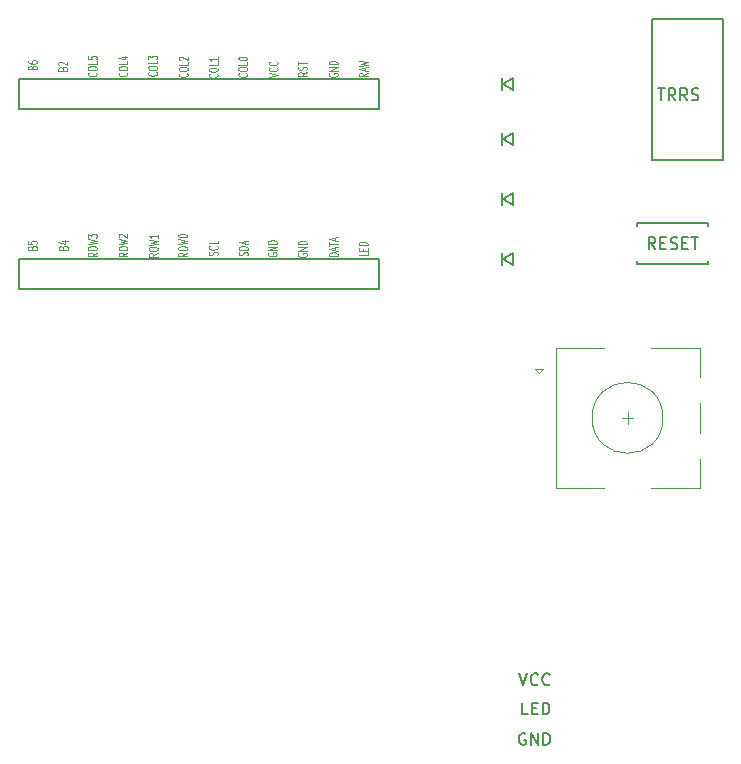
<source format=gto>
G04 #@! TF.GenerationSoftware,KiCad,Pcbnew,5.1.5+dfsg1-2build2*
G04 #@! TF.CreationDate,2021-09-26T21:55:54+09:00*
G04 #@! TF.ProjectId,kbtest,6b627465-7374-42e6-9b69-6361645f7063,rev?*
G04 #@! TF.SameCoordinates,Original*
G04 #@! TF.FileFunction,Legend,Top*
G04 #@! TF.FilePolarity,Positive*
%FSLAX46Y46*%
G04 Gerber Fmt 4.6, Leading zero omitted, Abs format (unit mm)*
G04 Created by KiCad (PCBNEW 5.1.5+dfsg1-2build2) date 2021-09-26 21:55:54*
%MOMM*%
%LPD*%
G04 APERTURE LIST*
%ADD10C,0.150000*%
%ADD11C,0.120000*%
%ADD12C,0.125000*%
G04 APERTURE END LIST*
D10*
X73260000Y-44908500D02*
X74160000Y-44408500D01*
X74160000Y-44408500D02*
X74160000Y-45408500D01*
X74160000Y-45408500D02*
X73260000Y-44908500D01*
X73160000Y-44408500D02*
X73160000Y-45408500D01*
X73160000Y-54110000D02*
X73160000Y-55110000D01*
X74160000Y-55110000D02*
X73260000Y-54610000D01*
X74160000Y-54110000D02*
X74160000Y-55110000D01*
X73260000Y-54610000D02*
X74160000Y-54110000D01*
X73260000Y-49530000D02*
X74160000Y-49030000D01*
X74160000Y-49030000D02*
X74160000Y-50030000D01*
X74160000Y-50030000D02*
X73260000Y-49530000D01*
X73160000Y-49030000D02*
X73160000Y-50030000D01*
X73160000Y-59190000D02*
X73160000Y-60190000D01*
X74160000Y-60190000D02*
X73260000Y-59690000D01*
X74160000Y-59190000D02*
X74160000Y-60190000D01*
X73260000Y-59690000D02*
X74160000Y-59190000D01*
X85900000Y-39370000D02*
X91900000Y-39370000D01*
X91900000Y-39370000D02*
X91900000Y-51370000D01*
X91900000Y-51370000D02*
X85900000Y-51370000D01*
X85900000Y-51370000D02*
X85900000Y-39370000D01*
X84630000Y-60170000D02*
X90630000Y-60170000D01*
X90630000Y-60170000D02*
X90630000Y-59920000D01*
X84630000Y-60170000D02*
X84630000Y-59920000D01*
X84630000Y-56670000D02*
X84630000Y-56920000D01*
X84630000Y-56670000D02*
X90630000Y-56670000D01*
X90630000Y-56670000D02*
X90630000Y-56920000D01*
D11*
X86820000Y-73165000D02*
G75*
G03X86820000Y-73165000I-3000000J0D01*
G01*
X85820000Y-67265000D02*
X89920000Y-67265000D01*
X89920000Y-79065000D02*
X85820000Y-79065000D01*
X81820000Y-79065000D02*
X77720000Y-79065000D01*
X81820000Y-67265000D02*
X77720000Y-67265000D01*
X77720000Y-67265000D02*
X77720000Y-79065000D01*
X76320000Y-69365000D02*
X76020000Y-69065000D01*
X76020000Y-69065000D02*
X76620000Y-69065000D01*
X76620000Y-69065000D02*
X76320000Y-69365000D01*
X89920000Y-67265000D02*
X89920000Y-69665000D01*
X89920000Y-71865000D02*
X89920000Y-74465000D01*
X89920000Y-76665000D02*
X89920000Y-79065000D01*
X83820000Y-72665000D02*
X83820000Y-73665000D01*
X83320000Y-73165000D02*
X84320000Y-73165000D01*
D10*
X32258000Y-59726400D02*
X62738000Y-59726400D01*
X32258000Y-62266400D02*
X32258000Y-59726400D01*
X62738000Y-62266400D02*
X32258000Y-62266400D01*
X62738000Y-59726400D02*
X62738000Y-62266400D01*
X32258000Y-44506400D02*
X62738000Y-44506400D01*
X32258000Y-47046400D02*
X32258000Y-44506400D01*
X62738000Y-47046400D02*
X32258000Y-47046400D01*
X62738000Y-44506400D02*
X62738000Y-47046400D01*
X86388095Y-45272380D02*
X86959523Y-45272380D01*
X86673809Y-46272380D02*
X86673809Y-45272380D01*
X87864285Y-46272380D02*
X87530952Y-45796190D01*
X87292857Y-46272380D02*
X87292857Y-45272380D01*
X87673809Y-45272380D01*
X87769047Y-45320000D01*
X87816666Y-45367619D01*
X87864285Y-45462857D01*
X87864285Y-45605714D01*
X87816666Y-45700952D01*
X87769047Y-45748571D01*
X87673809Y-45796190D01*
X87292857Y-45796190D01*
X88864285Y-46272380D02*
X88530952Y-45796190D01*
X88292857Y-46272380D02*
X88292857Y-45272380D01*
X88673809Y-45272380D01*
X88769047Y-45320000D01*
X88816666Y-45367619D01*
X88864285Y-45462857D01*
X88864285Y-45605714D01*
X88816666Y-45700952D01*
X88769047Y-45748571D01*
X88673809Y-45796190D01*
X88292857Y-45796190D01*
X89245238Y-46224761D02*
X89388095Y-46272380D01*
X89626190Y-46272380D01*
X89721428Y-46224761D01*
X89769047Y-46177142D01*
X89816666Y-46081904D01*
X89816666Y-45986666D01*
X89769047Y-45891428D01*
X89721428Y-45843809D01*
X89626190Y-45796190D01*
X89435714Y-45748571D01*
X89340476Y-45700952D01*
X89292857Y-45653333D01*
X89245238Y-45558095D01*
X89245238Y-45462857D01*
X89292857Y-45367619D01*
X89340476Y-45320000D01*
X89435714Y-45272380D01*
X89673809Y-45272380D01*
X89816666Y-45320000D01*
X74656666Y-94802380D02*
X74990000Y-95802380D01*
X75323333Y-94802380D01*
X76228095Y-95707142D02*
X76180476Y-95754761D01*
X76037619Y-95802380D01*
X75942380Y-95802380D01*
X75799523Y-95754761D01*
X75704285Y-95659523D01*
X75656666Y-95564285D01*
X75609047Y-95373809D01*
X75609047Y-95230952D01*
X75656666Y-95040476D01*
X75704285Y-94945238D01*
X75799523Y-94850000D01*
X75942380Y-94802380D01*
X76037619Y-94802380D01*
X76180476Y-94850000D01*
X76228095Y-94897619D01*
X77228095Y-95707142D02*
X77180476Y-95754761D01*
X77037619Y-95802380D01*
X76942380Y-95802380D01*
X76799523Y-95754761D01*
X76704285Y-95659523D01*
X76656666Y-95564285D01*
X76609047Y-95373809D01*
X76609047Y-95230952D01*
X76656666Y-95040476D01*
X76704285Y-94945238D01*
X76799523Y-94850000D01*
X76942380Y-94802380D01*
X77037619Y-94802380D01*
X77180476Y-94850000D01*
X77228095Y-94897619D01*
X75387142Y-98262380D02*
X74910952Y-98262380D01*
X74910952Y-97262380D01*
X75720476Y-97738571D02*
X76053809Y-97738571D01*
X76196666Y-98262380D02*
X75720476Y-98262380D01*
X75720476Y-97262380D01*
X76196666Y-97262380D01*
X76625238Y-98262380D02*
X76625238Y-97262380D01*
X76863333Y-97262380D01*
X77006190Y-97310000D01*
X77101428Y-97405238D01*
X77149047Y-97500476D01*
X77196666Y-97690952D01*
X77196666Y-97833809D01*
X77149047Y-98024285D01*
X77101428Y-98119523D01*
X77006190Y-98214761D01*
X76863333Y-98262380D01*
X76625238Y-98262380D01*
X75178095Y-99900000D02*
X75082857Y-99852380D01*
X74940000Y-99852380D01*
X74797142Y-99900000D01*
X74701904Y-99995238D01*
X74654285Y-100090476D01*
X74606666Y-100280952D01*
X74606666Y-100423809D01*
X74654285Y-100614285D01*
X74701904Y-100709523D01*
X74797142Y-100804761D01*
X74940000Y-100852380D01*
X75035238Y-100852380D01*
X75178095Y-100804761D01*
X75225714Y-100757142D01*
X75225714Y-100423809D01*
X75035238Y-100423809D01*
X75654285Y-100852380D02*
X75654285Y-99852380D01*
X76225714Y-100852380D01*
X76225714Y-99852380D01*
X76701904Y-100852380D02*
X76701904Y-99852380D01*
X76940000Y-99852380D01*
X77082857Y-99900000D01*
X77178095Y-99995238D01*
X77225714Y-100090476D01*
X77273333Y-100280952D01*
X77273333Y-100423809D01*
X77225714Y-100614285D01*
X77178095Y-100709523D01*
X77082857Y-100804761D01*
X76940000Y-100852380D01*
X76701904Y-100852380D01*
X86177619Y-58872380D02*
X85844285Y-58396190D01*
X85606190Y-58872380D02*
X85606190Y-57872380D01*
X85987142Y-57872380D01*
X86082380Y-57920000D01*
X86130000Y-57967619D01*
X86177619Y-58062857D01*
X86177619Y-58205714D01*
X86130000Y-58300952D01*
X86082380Y-58348571D01*
X85987142Y-58396190D01*
X85606190Y-58396190D01*
X86606190Y-58348571D02*
X86939523Y-58348571D01*
X87082380Y-58872380D02*
X86606190Y-58872380D01*
X86606190Y-57872380D01*
X87082380Y-57872380D01*
X87463333Y-58824761D02*
X87606190Y-58872380D01*
X87844285Y-58872380D01*
X87939523Y-58824761D01*
X87987142Y-58777142D01*
X88034761Y-58681904D01*
X88034761Y-58586666D01*
X87987142Y-58491428D01*
X87939523Y-58443809D01*
X87844285Y-58396190D01*
X87653809Y-58348571D01*
X87558571Y-58300952D01*
X87510952Y-58253333D01*
X87463333Y-58158095D01*
X87463333Y-58062857D01*
X87510952Y-57967619D01*
X87558571Y-57920000D01*
X87653809Y-57872380D01*
X87891904Y-57872380D01*
X88034761Y-57920000D01*
X88463333Y-58348571D02*
X88796666Y-58348571D01*
X88939523Y-58872380D02*
X88463333Y-58872380D01*
X88463333Y-57872380D01*
X88939523Y-57872380D01*
X89225238Y-57872380D02*
X89796666Y-57872380D01*
X89510952Y-58872380D02*
X89510952Y-57872380D01*
D12*
X44027285Y-59220952D02*
X43670142Y-59387619D01*
X44027285Y-59506666D02*
X43277285Y-59506666D01*
X43277285Y-59316190D01*
X43313000Y-59268571D01*
X43348714Y-59244761D01*
X43420142Y-59220952D01*
X43527285Y-59220952D01*
X43598714Y-59244761D01*
X43634428Y-59268571D01*
X43670142Y-59316190D01*
X43670142Y-59506666D01*
X43277285Y-58911428D02*
X43277285Y-58816190D01*
X43313000Y-58768571D01*
X43384428Y-58720952D01*
X43527285Y-58697142D01*
X43777285Y-58697142D01*
X43920142Y-58720952D01*
X43991571Y-58768571D01*
X44027285Y-58816190D01*
X44027285Y-58911428D01*
X43991571Y-58959047D01*
X43920142Y-59006666D01*
X43777285Y-59030476D01*
X43527285Y-59030476D01*
X43384428Y-59006666D01*
X43313000Y-58959047D01*
X43277285Y-58911428D01*
X43277285Y-58530476D02*
X44027285Y-58411428D01*
X43491571Y-58316190D01*
X44027285Y-58220952D01*
X43277285Y-58101904D01*
X44027285Y-57649523D02*
X44027285Y-57935238D01*
X44027285Y-57792380D02*
X43277285Y-57792380D01*
X43384428Y-57840000D01*
X43455857Y-57887619D01*
X43491571Y-57935238D01*
X41407857Y-43937619D02*
X41443571Y-43961428D01*
X41479285Y-44032857D01*
X41479285Y-44080476D01*
X41443571Y-44151904D01*
X41372142Y-44199523D01*
X41300714Y-44223333D01*
X41157857Y-44247142D01*
X41050714Y-44247142D01*
X40907857Y-44223333D01*
X40836428Y-44199523D01*
X40765000Y-44151904D01*
X40729285Y-44080476D01*
X40729285Y-44032857D01*
X40765000Y-43961428D01*
X40800714Y-43937619D01*
X40729285Y-43628095D02*
X40729285Y-43532857D01*
X40765000Y-43485238D01*
X40836428Y-43437619D01*
X40979285Y-43413809D01*
X41229285Y-43413809D01*
X41372142Y-43437619D01*
X41443571Y-43485238D01*
X41479285Y-43532857D01*
X41479285Y-43628095D01*
X41443571Y-43675714D01*
X41372142Y-43723333D01*
X41229285Y-43747142D01*
X40979285Y-43747142D01*
X40836428Y-43723333D01*
X40765000Y-43675714D01*
X40729285Y-43628095D01*
X41479285Y-42961428D02*
X41479285Y-43199523D01*
X40729285Y-43199523D01*
X40979285Y-42580476D02*
X41479285Y-42580476D01*
X40693571Y-42699523D02*
X41229285Y-42818571D01*
X41229285Y-42509047D01*
X41479285Y-59170952D02*
X41122142Y-59337619D01*
X41479285Y-59456666D02*
X40729285Y-59456666D01*
X40729285Y-59266190D01*
X40765000Y-59218571D01*
X40800714Y-59194761D01*
X40872142Y-59170952D01*
X40979285Y-59170952D01*
X41050714Y-59194761D01*
X41086428Y-59218571D01*
X41122142Y-59266190D01*
X41122142Y-59456666D01*
X40729285Y-58861428D02*
X40729285Y-58766190D01*
X40765000Y-58718571D01*
X40836428Y-58670952D01*
X40979285Y-58647142D01*
X41229285Y-58647142D01*
X41372142Y-58670952D01*
X41443571Y-58718571D01*
X41479285Y-58766190D01*
X41479285Y-58861428D01*
X41443571Y-58909047D01*
X41372142Y-58956666D01*
X41229285Y-58980476D01*
X40979285Y-58980476D01*
X40836428Y-58956666D01*
X40765000Y-58909047D01*
X40729285Y-58861428D01*
X40729285Y-58480476D02*
X41479285Y-58361428D01*
X40943571Y-58266190D01*
X41479285Y-58170952D01*
X40729285Y-58051904D01*
X40800714Y-57885238D02*
X40765000Y-57861428D01*
X40729285Y-57813809D01*
X40729285Y-57694761D01*
X40765000Y-57647142D01*
X40800714Y-57623333D01*
X40872142Y-57599523D01*
X40943571Y-57599523D01*
X41050714Y-57623333D01*
X41479285Y-57909047D01*
X41479285Y-57599523D01*
X38812357Y-43937619D02*
X38848071Y-43961428D01*
X38883785Y-44032857D01*
X38883785Y-44080476D01*
X38848071Y-44151904D01*
X38776642Y-44199523D01*
X38705214Y-44223333D01*
X38562357Y-44247142D01*
X38455214Y-44247142D01*
X38312357Y-44223333D01*
X38240928Y-44199523D01*
X38169500Y-44151904D01*
X38133785Y-44080476D01*
X38133785Y-44032857D01*
X38169500Y-43961428D01*
X38205214Y-43937619D01*
X38133785Y-43628095D02*
X38133785Y-43532857D01*
X38169500Y-43485238D01*
X38240928Y-43437619D01*
X38383785Y-43413809D01*
X38633785Y-43413809D01*
X38776642Y-43437619D01*
X38848071Y-43485238D01*
X38883785Y-43532857D01*
X38883785Y-43628095D01*
X38848071Y-43675714D01*
X38776642Y-43723333D01*
X38633785Y-43747142D01*
X38383785Y-43747142D01*
X38240928Y-43723333D01*
X38169500Y-43675714D01*
X38133785Y-43628095D01*
X38883785Y-42961428D02*
X38883785Y-43199523D01*
X38133785Y-43199523D01*
X38133785Y-42556666D02*
X38133785Y-42794761D01*
X38490928Y-42818571D01*
X38455214Y-42794761D01*
X38419500Y-42747142D01*
X38419500Y-42628095D01*
X38455214Y-42580476D01*
X38490928Y-42556666D01*
X38562357Y-42532857D01*
X38740928Y-42532857D01*
X38812357Y-42556666D01*
X38848071Y-42580476D01*
X38883785Y-42628095D01*
X38883785Y-42747142D01*
X38848071Y-42794761D01*
X38812357Y-42818571D01*
X38883785Y-59170952D02*
X38526642Y-59337619D01*
X38883785Y-59456666D02*
X38133785Y-59456666D01*
X38133785Y-59266190D01*
X38169500Y-59218571D01*
X38205214Y-59194761D01*
X38276642Y-59170952D01*
X38383785Y-59170952D01*
X38455214Y-59194761D01*
X38490928Y-59218571D01*
X38526642Y-59266190D01*
X38526642Y-59456666D01*
X38133785Y-58861428D02*
X38133785Y-58766190D01*
X38169500Y-58718571D01*
X38240928Y-58670952D01*
X38383785Y-58647142D01*
X38633785Y-58647142D01*
X38776642Y-58670952D01*
X38848071Y-58718571D01*
X38883785Y-58766190D01*
X38883785Y-58861428D01*
X38848071Y-58909047D01*
X38776642Y-58956666D01*
X38633785Y-58980476D01*
X38383785Y-58980476D01*
X38240928Y-58956666D01*
X38169500Y-58909047D01*
X38133785Y-58861428D01*
X38133785Y-58480476D02*
X38883785Y-58361428D01*
X38348071Y-58266190D01*
X38883785Y-58170952D01*
X38133785Y-58051904D01*
X38133785Y-57909047D02*
X38133785Y-57599523D01*
X38419500Y-57766190D01*
X38419500Y-57694761D01*
X38455214Y-57647142D01*
X38490928Y-57623333D01*
X38562357Y-57599523D01*
X38740928Y-57599523D01*
X38812357Y-57623333D01*
X38848071Y-57647142D01*
X38883785Y-57694761D01*
X38883785Y-57837619D01*
X38848071Y-57885238D01*
X38812357Y-57909047D01*
X35986428Y-43592380D02*
X36022142Y-43520952D01*
X36057857Y-43497142D01*
X36129285Y-43473333D01*
X36236428Y-43473333D01*
X36307857Y-43497142D01*
X36343571Y-43520952D01*
X36379285Y-43568571D01*
X36379285Y-43759047D01*
X35629285Y-43759047D01*
X35629285Y-43592380D01*
X35665000Y-43544761D01*
X35700714Y-43520952D01*
X35772142Y-43497142D01*
X35843571Y-43497142D01*
X35915000Y-43520952D01*
X35950714Y-43544761D01*
X35986428Y-43592380D01*
X35986428Y-43759047D01*
X35700714Y-43282857D02*
X35665000Y-43259047D01*
X35629285Y-43211428D01*
X35629285Y-43092380D01*
X35665000Y-43044761D01*
X35700714Y-43020952D01*
X35772142Y-42997142D01*
X35843571Y-42997142D01*
X35950714Y-43020952D01*
X36379285Y-43306666D01*
X36379285Y-42997142D01*
X36014428Y-58742380D02*
X36050142Y-58670952D01*
X36085857Y-58647142D01*
X36157285Y-58623333D01*
X36264428Y-58623333D01*
X36335857Y-58647142D01*
X36371571Y-58670952D01*
X36407285Y-58718571D01*
X36407285Y-58909047D01*
X35657285Y-58909047D01*
X35657285Y-58742380D01*
X35693000Y-58694761D01*
X35728714Y-58670952D01*
X35800142Y-58647142D01*
X35871571Y-58647142D01*
X35943000Y-58670952D01*
X35978714Y-58694761D01*
X36014428Y-58742380D01*
X36014428Y-58909047D01*
X35907285Y-58194761D02*
X36407285Y-58194761D01*
X35621571Y-58313809D02*
X36157285Y-58432857D01*
X36157285Y-58123333D01*
X33410928Y-58742380D02*
X33446642Y-58670952D01*
X33482357Y-58647142D01*
X33553785Y-58623333D01*
X33660928Y-58623333D01*
X33732357Y-58647142D01*
X33768071Y-58670952D01*
X33803785Y-58718571D01*
X33803785Y-58909047D01*
X33053785Y-58909047D01*
X33053785Y-58742380D01*
X33089500Y-58694761D01*
X33125214Y-58670952D01*
X33196642Y-58647142D01*
X33268071Y-58647142D01*
X33339500Y-58670952D01*
X33375214Y-58694761D01*
X33410928Y-58742380D01*
X33410928Y-58909047D01*
X33053785Y-58170952D02*
X33053785Y-58409047D01*
X33410928Y-58432857D01*
X33375214Y-58409047D01*
X33339500Y-58361428D01*
X33339500Y-58242380D01*
X33375214Y-58194761D01*
X33410928Y-58170952D01*
X33482357Y-58147142D01*
X33660928Y-58147142D01*
X33732357Y-58170952D01*
X33768071Y-58194761D01*
X33803785Y-58242380D01*
X33803785Y-58361428D01*
X33768071Y-58409047D01*
X33732357Y-58432857D01*
X33436428Y-43492380D02*
X33472142Y-43420952D01*
X33507857Y-43397142D01*
X33579285Y-43373333D01*
X33686428Y-43373333D01*
X33757857Y-43397142D01*
X33793571Y-43420952D01*
X33829285Y-43468571D01*
X33829285Y-43659047D01*
X33079285Y-43659047D01*
X33079285Y-43492380D01*
X33115000Y-43444761D01*
X33150714Y-43420952D01*
X33222142Y-43397142D01*
X33293571Y-43397142D01*
X33365000Y-43420952D01*
X33400714Y-43444761D01*
X33436428Y-43492380D01*
X33436428Y-43659047D01*
X33079285Y-42944761D02*
X33079285Y-43040000D01*
X33115000Y-43087619D01*
X33150714Y-43111428D01*
X33257857Y-43159047D01*
X33400714Y-43182857D01*
X33686428Y-43182857D01*
X33757857Y-43159047D01*
X33793571Y-43135238D01*
X33829285Y-43087619D01*
X33829285Y-42992380D01*
X33793571Y-42944761D01*
X33757857Y-42920952D01*
X33686428Y-42897142D01*
X33507857Y-42897142D01*
X33436428Y-42920952D01*
X33400714Y-42944761D01*
X33365000Y-42992380D01*
X33365000Y-43087619D01*
X33400714Y-43135238D01*
X33436428Y-43159047D01*
X33507857Y-43182857D01*
X51557857Y-43987619D02*
X51593571Y-44011428D01*
X51629285Y-44082857D01*
X51629285Y-44130476D01*
X51593571Y-44201904D01*
X51522142Y-44249523D01*
X51450714Y-44273333D01*
X51307857Y-44297142D01*
X51200714Y-44297142D01*
X51057857Y-44273333D01*
X50986428Y-44249523D01*
X50915000Y-44201904D01*
X50879285Y-44130476D01*
X50879285Y-44082857D01*
X50915000Y-44011428D01*
X50950714Y-43987619D01*
X50879285Y-43678095D02*
X50879285Y-43582857D01*
X50915000Y-43535238D01*
X50986428Y-43487619D01*
X51129285Y-43463809D01*
X51379285Y-43463809D01*
X51522142Y-43487619D01*
X51593571Y-43535238D01*
X51629285Y-43582857D01*
X51629285Y-43678095D01*
X51593571Y-43725714D01*
X51522142Y-43773333D01*
X51379285Y-43797142D01*
X51129285Y-43797142D01*
X50986428Y-43773333D01*
X50915000Y-43725714D01*
X50879285Y-43678095D01*
X51629285Y-43011428D02*
X51629285Y-43249523D01*
X50879285Y-43249523D01*
X50879285Y-42749523D02*
X50879285Y-42701904D01*
X50915000Y-42654285D01*
X50950714Y-42630476D01*
X51022142Y-42606666D01*
X51165000Y-42582857D01*
X51343571Y-42582857D01*
X51486428Y-42606666D01*
X51557857Y-42630476D01*
X51593571Y-42654285D01*
X51629285Y-42701904D01*
X51629285Y-42749523D01*
X51593571Y-42797142D01*
X51557857Y-42820952D01*
X51486428Y-42844761D01*
X51343571Y-42868571D01*
X51165000Y-42868571D01*
X51022142Y-42844761D01*
X50950714Y-42820952D01*
X50915000Y-42797142D01*
X50879285Y-42749523D01*
X51611571Y-59408142D02*
X51647285Y-59336714D01*
X51647285Y-59217666D01*
X51611571Y-59170047D01*
X51575857Y-59146238D01*
X51504428Y-59122428D01*
X51433000Y-59122428D01*
X51361571Y-59146238D01*
X51325857Y-59170047D01*
X51290142Y-59217666D01*
X51254428Y-59312904D01*
X51218714Y-59360523D01*
X51183000Y-59384333D01*
X51111571Y-59408142D01*
X51040142Y-59408142D01*
X50968714Y-59384333D01*
X50933000Y-59360523D01*
X50897285Y-59312904D01*
X50897285Y-59193857D01*
X50933000Y-59122428D01*
X51647285Y-58908142D02*
X50897285Y-58908142D01*
X50897285Y-58789095D01*
X50933000Y-58717666D01*
X51004428Y-58670047D01*
X51075857Y-58646238D01*
X51218714Y-58622428D01*
X51325857Y-58622428D01*
X51468714Y-58646238D01*
X51540142Y-58670047D01*
X51611571Y-58717666D01*
X51647285Y-58789095D01*
X51647285Y-58908142D01*
X51433000Y-58431952D02*
X51433000Y-58193857D01*
X51647285Y-58479571D02*
X50897285Y-58312904D01*
X51647285Y-58146238D01*
X49035857Y-44037619D02*
X49071571Y-44061428D01*
X49107285Y-44132857D01*
X49107285Y-44180476D01*
X49071571Y-44251904D01*
X49000142Y-44299523D01*
X48928714Y-44323333D01*
X48785857Y-44347142D01*
X48678714Y-44347142D01*
X48535857Y-44323333D01*
X48464428Y-44299523D01*
X48393000Y-44251904D01*
X48357285Y-44180476D01*
X48357285Y-44132857D01*
X48393000Y-44061428D01*
X48428714Y-44037619D01*
X48357285Y-43728095D02*
X48357285Y-43632857D01*
X48393000Y-43585238D01*
X48464428Y-43537619D01*
X48607285Y-43513809D01*
X48857285Y-43513809D01*
X49000142Y-43537619D01*
X49071571Y-43585238D01*
X49107285Y-43632857D01*
X49107285Y-43728095D01*
X49071571Y-43775714D01*
X49000142Y-43823333D01*
X48857285Y-43847142D01*
X48607285Y-43847142D01*
X48464428Y-43823333D01*
X48393000Y-43775714D01*
X48357285Y-43728095D01*
X49107285Y-43061428D02*
X49107285Y-43299523D01*
X48357285Y-43299523D01*
X49107285Y-42632857D02*
X49107285Y-42918571D01*
X49107285Y-42775714D02*
X48357285Y-42775714D01*
X48464428Y-42823333D01*
X48535857Y-42870952D01*
X48571571Y-42918571D01*
X49071571Y-59396238D02*
X49107285Y-59324809D01*
X49107285Y-59205761D01*
X49071571Y-59158142D01*
X49035857Y-59134333D01*
X48964428Y-59110523D01*
X48893000Y-59110523D01*
X48821571Y-59134333D01*
X48785857Y-59158142D01*
X48750142Y-59205761D01*
X48714428Y-59301000D01*
X48678714Y-59348619D01*
X48643000Y-59372428D01*
X48571571Y-59396238D01*
X48500142Y-59396238D01*
X48428714Y-59372428D01*
X48393000Y-59348619D01*
X48357285Y-59301000D01*
X48357285Y-59181952D01*
X48393000Y-59110523D01*
X49035857Y-58610523D02*
X49071571Y-58634333D01*
X49107285Y-58705761D01*
X49107285Y-58753380D01*
X49071571Y-58824809D01*
X49000142Y-58872428D01*
X48928714Y-58896238D01*
X48785857Y-58920047D01*
X48678714Y-58920047D01*
X48535857Y-58896238D01*
X48464428Y-58872428D01*
X48393000Y-58824809D01*
X48357285Y-58753380D01*
X48357285Y-58705761D01*
X48393000Y-58634333D01*
X48428714Y-58610523D01*
X49107285Y-58158142D02*
X49107285Y-58396238D01*
X48357285Y-58396238D01*
X46495857Y-43987619D02*
X46531571Y-44011428D01*
X46567285Y-44082857D01*
X46567285Y-44130476D01*
X46531571Y-44201904D01*
X46460142Y-44249523D01*
X46388714Y-44273333D01*
X46245857Y-44297142D01*
X46138714Y-44297142D01*
X45995857Y-44273333D01*
X45924428Y-44249523D01*
X45853000Y-44201904D01*
X45817285Y-44130476D01*
X45817285Y-44082857D01*
X45853000Y-44011428D01*
X45888714Y-43987619D01*
X45817285Y-43678095D02*
X45817285Y-43582857D01*
X45853000Y-43535238D01*
X45924428Y-43487619D01*
X46067285Y-43463809D01*
X46317285Y-43463809D01*
X46460142Y-43487619D01*
X46531571Y-43535238D01*
X46567285Y-43582857D01*
X46567285Y-43678095D01*
X46531571Y-43725714D01*
X46460142Y-43773333D01*
X46317285Y-43797142D01*
X46067285Y-43797142D01*
X45924428Y-43773333D01*
X45853000Y-43725714D01*
X45817285Y-43678095D01*
X46567285Y-43011428D02*
X46567285Y-43249523D01*
X45817285Y-43249523D01*
X45888714Y-42868571D02*
X45853000Y-42844761D01*
X45817285Y-42797142D01*
X45817285Y-42678095D01*
X45853000Y-42630476D01*
X45888714Y-42606666D01*
X45960142Y-42582857D01*
X46031571Y-42582857D01*
X46138714Y-42606666D01*
X46567285Y-42892380D01*
X46567285Y-42582857D01*
X46529285Y-59170952D02*
X46172142Y-59337619D01*
X46529285Y-59456666D02*
X45779285Y-59456666D01*
X45779285Y-59266190D01*
X45815000Y-59218571D01*
X45850714Y-59194761D01*
X45922142Y-59170952D01*
X46029285Y-59170952D01*
X46100714Y-59194761D01*
X46136428Y-59218571D01*
X46172142Y-59266190D01*
X46172142Y-59456666D01*
X45779285Y-58861428D02*
X45779285Y-58766190D01*
X45815000Y-58718571D01*
X45886428Y-58670952D01*
X46029285Y-58647142D01*
X46279285Y-58647142D01*
X46422142Y-58670952D01*
X46493571Y-58718571D01*
X46529285Y-58766190D01*
X46529285Y-58861428D01*
X46493571Y-58909047D01*
X46422142Y-58956666D01*
X46279285Y-58980476D01*
X46029285Y-58980476D01*
X45886428Y-58956666D01*
X45815000Y-58909047D01*
X45779285Y-58861428D01*
X45779285Y-58480476D02*
X46529285Y-58361428D01*
X45993571Y-58266190D01*
X46529285Y-58170952D01*
X45779285Y-58051904D01*
X45779285Y-57766190D02*
X45779285Y-57718571D01*
X45815000Y-57670952D01*
X45850714Y-57647142D01*
X45922142Y-57623333D01*
X46065000Y-57599523D01*
X46243571Y-57599523D01*
X46386428Y-57623333D01*
X46457857Y-57647142D01*
X46493571Y-57670952D01*
X46529285Y-57718571D01*
X46529285Y-57766190D01*
X46493571Y-57813809D01*
X46457857Y-57837619D01*
X46386428Y-57861428D01*
X46243571Y-57885238D01*
X46065000Y-57885238D01*
X45922142Y-57861428D01*
X45850714Y-57837619D01*
X45815000Y-57813809D01*
X45779285Y-57766190D01*
X43907857Y-43887619D02*
X43943571Y-43911428D01*
X43979285Y-43982857D01*
X43979285Y-44030476D01*
X43943571Y-44101904D01*
X43872142Y-44149523D01*
X43800714Y-44173333D01*
X43657857Y-44197142D01*
X43550714Y-44197142D01*
X43407857Y-44173333D01*
X43336428Y-44149523D01*
X43265000Y-44101904D01*
X43229285Y-44030476D01*
X43229285Y-43982857D01*
X43265000Y-43911428D01*
X43300714Y-43887619D01*
X43229285Y-43578095D02*
X43229285Y-43482857D01*
X43265000Y-43435238D01*
X43336428Y-43387619D01*
X43479285Y-43363809D01*
X43729285Y-43363809D01*
X43872142Y-43387619D01*
X43943571Y-43435238D01*
X43979285Y-43482857D01*
X43979285Y-43578095D01*
X43943571Y-43625714D01*
X43872142Y-43673333D01*
X43729285Y-43697142D01*
X43479285Y-43697142D01*
X43336428Y-43673333D01*
X43265000Y-43625714D01*
X43229285Y-43578095D01*
X43979285Y-42911428D02*
X43979285Y-43149523D01*
X43229285Y-43149523D01*
X43229285Y-42792380D02*
X43229285Y-42482857D01*
X43515000Y-42649523D01*
X43515000Y-42578095D01*
X43550714Y-42530476D01*
X43586428Y-42506666D01*
X43657857Y-42482857D01*
X43836428Y-42482857D01*
X43907857Y-42506666D01*
X43943571Y-42530476D01*
X43979285Y-42578095D01*
X43979285Y-42720952D01*
X43943571Y-42768571D01*
X43907857Y-42792380D01*
X53409500Y-59181952D02*
X53373785Y-59229571D01*
X53373785Y-59301000D01*
X53409500Y-59372428D01*
X53480928Y-59420047D01*
X53552357Y-59443857D01*
X53695214Y-59467666D01*
X53802357Y-59467666D01*
X53945214Y-59443857D01*
X54016642Y-59420047D01*
X54088071Y-59372428D01*
X54123785Y-59301000D01*
X54123785Y-59253380D01*
X54088071Y-59181952D01*
X54052357Y-59158142D01*
X53802357Y-59158142D01*
X53802357Y-59253380D01*
X54123785Y-58943857D02*
X53373785Y-58943857D01*
X54123785Y-58658142D01*
X53373785Y-58658142D01*
X54123785Y-58420047D02*
X53373785Y-58420047D01*
X53373785Y-58301000D01*
X53409500Y-58229571D01*
X53480928Y-58181952D01*
X53552357Y-58158142D01*
X53695214Y-58134333D01*
X53802357Y-58134333D01*
X53945214Y-58158142D01*
X54016642Y-58181952D01*
X54088071Y-58229571D01*
X54123785Y-58301000D01*
X54123785Y-58420047D01*
X53437285Y-44291166D02*
X54187285Y-44124500D01*
X53437285Y-43957833D01*
X54115857Y-43505452D02*
X54151571Y-43529261D01*
X54187285Y-43600690D01*
X54187285Y-43648309D01*
X54151571Y-43719738D01*
X54080142Y-43767357D01*
X54008714Y-43791166D01*
X53865857Y-43814976D01*
X53758714Y-43814976D01*
X53615857Y-43791166D01*
X53544428Y-43767357D01*
X53473000Y-43719738D01*
X53437285Y-43648309D01*
X53437285Y-43600690D01*
X53473000Y-43529261D01*
X53508714Y-43505452D01*
X54115857Y-43005452D02*
X54151571Y-43029261D01*
X54187285Y-43100690D01*
X54187285Y-43148309D01*
X54151571Y-43219738D01*
X54080142Y-43267357D01*
X54008714Y-43291166D01*
X53865857Y-43314976D01*
X53758714Y-43314976D01*
X53615857Y-43291166D01*
X53544428Y-43267357D01*
X53473000Y-43219738D01*
X53437285Y-43148309D01*
X53437285Y-43100690D01*
X53473000Y-43029261D01*
X53508714Y-43005452D01*
X55949500Y-59245452D02*
X55913785Y-59293071D01*
X55913785Y-59364500D01*
X55949500Y-59435928D01*
X56020928Y-59483547D01*
X56092357Y-59507357D01*
X56235214Y-59531166D01*
X56342357Y-59531166D01*
X56485214Y-59507357D01*
X56556642Y-59483547D01*
X56628071Y-59435928D01*
X56663785Y-59364500D01*
X56663785Y-59316880D01*
X56628071Y-59245452D01*
X56592357Y-59221642D01*
X56342357Y-59221642D01*
X56342357Y-59316880D01*
X56663785Y-59007357D02*
X55913785Y-59007357D01*
X56663785Y-58721642D01*
X55913785Y-58721642D01*
X56663785Y-58483547D02*
X55913785Y-58483547D01*
X55913785Y-58364500D01*
X55949500Y-58293071D01*
X56020928Y-58245452D01*
X56092357Y-58221642D01*
X56235214Y-58197833D01*
X56342357Y-58197833D01*
X56485214Y-58221642D01*
X56556642Y-58245452D01*
X56628071Y-58293071D01*
X56663785Y-58364500D01*
X56663785Y-58483547D01*
X56663785Y-43898309D02*
X56306642Y-44064976D01*
X56663785Y-44184023D02*
X55913785Y-44184023D01*
X55913785Y-43993547D01*
X55949500Y-43945928D01*
X55985214Y-43922119D01*
X56056642Y-43898309D01*
X56163785Y-43898309D01*
X56235214Y-43922119D01*
X56270928Y-43945928D01*
X56306642Y-43993547D01*
X56306642Y-44184023D01*
X56628071Y-43707833D02*
X56663785Y-43636404D01*
X56663785Y-43517357D01*
X56628071Y-43469738D01*
X56592357Y-43445928D01*
X56520928Y-43422119D01*
X56449500Y-43422119D01*
X56378071Y-43445928D01*
X56342357Y-43469738D01*
X56306642Y-43517357D01*
X56270928Y-43612595D01*
X56235214Y-43660214D01*
X56199500Y-43684023D01*
X56128071Y-43707833D01*
X56056642Y-43707833D01*
X55985214Y-43684023D01*
X55949500Y-43660214D01*
X55913785Y-43612595D01*
X55913785Y-43493547D01*
X55949500Y-43422119D01*
X55913785Y-43279261D02*
X55913785Y-42993547D01*
X56663785Y-43136404D02*
X55913785Y-43136404D01*
X59279285Y-59440000D02*
X58529285Y-59440000D01*
X58529285Y-59320952D01*
X58565000Y-59249523D01*
X58636428Y-59201904D01*
X58707857Y-59178095D01*
X58850714Y-59154285D01*
X58957857Y-59154285D01*
X59100714Y-59178095D01*
X59172142Y-59201904D01*
X59243571Y-59249523D01*
X59279285Y-59320952D01*
X59279285Y-59440000D01*
X59065000Y-58963809D02*
X59065000Y-58725714D01*
X59279285Y-59011428D02*
X58529285Y-58844761D01*
X59279285Y-58678095D01*
X58529285Y-58582857D02*
X58529285Y-58297142D01*
X59279285Y-58440000D02*
X58529285Y-58440000D01*
X59065000Y-58154285D02*
X59065000Y-57916190D01*
X59279285Y-58201904D02*
X58529285Y-58035238D01*
X59279285Y-57868571D01*
X58553000Y-44005452D02*
X58517285Y-44053071D01*
X58517285Y-44124500D01*
X58553000Y-44195928D01*
X58624428Y-44243547D01*
X58695857Y-44267357D01*
X58838714Y-44291166D01*
X58945857Y-44291166D01*
X59088714Y-44267357D01*
X59160142Y-44243547D01*
X59231571Y-44195928D01*
X59267285Y-44124500D01*
X59267285Y-44076880D01*
X59231571Y-44005452D01*
X59195857Y-43981642D01*
X58945857Y-43981642D01*
X58945857Y-44076880D01*
X59267285Y-43767357D02*
X58517285Y-43767357D01*
X59267285Y-43481642D01*
X58517285Y-43481642D01*
X59267285Y-43243547D02*
X58517285Y-43243547D01*
X58517285Y-43124500D01*
X58553000Y-43053071D01*
X58624428Y-43005452D01*
X58695857Y-42981642D01*
X58838714Y-42957833D01*
X58945857Y-42957833D01*
X59088714Y-42981642D01*
X59160142Y-43005452D01*
X59231571Y-43053071D01*
X59267285Y-43124500D01*
X59267285Y-43243547D01*
X61807285Y-59161428D02*
X61807285Y-59399523D01*
X61057285Y-59399523D01*
X61414428Y-58994761D02*
X61414428Y-58828095D01*
X61807285Y-58756666D02*
X61807285Y-58994761D01*
X61057285Y-58994761D01*
X61057285Y-58756666D01*
X61807285Y-58542380D02*
X61057285Y-58542380D01*
X61057285Y-58423333D01*
X61093000Y-58351904D01*
X61164428Y-58304285D01*
X61235857Y-58280476D01*
X61378714Y-58256666D01*
X61485857Y-58256666D01*
X61628714Y-58280476D01*
X61700142Y-58304285D01*
X61771571Y-58351904D01*
X61807285Y-58423333D01*
X61807285Y-58542380D01*
X61807285Y-43969738D02*
X61450142Y-44136404D01*
X61807285Y-44255452D02*
X61057285Y-44255452D01*
X61057285Y-44064976D01*
X61093000Y-44017357D01*
X61128714Y-43993547D01*
X61200142Y-43969738D01*
X61307285Y-43969738D01*
X61378714Y-43993547D01*
X61414428Y-44017357D01*
X61450142Y-44064976D01*
X61450142Y-44255452D01*
X61593000Y-43779261D02*
X61593000Y-43541166D01*
X61807285Y-43826880D02*
X61057285Y-43660214D01*
X61807285Y-43493547D01*
X61057285Y-43374500D02*
X61807285Y-43255452D01*
X61271571Y-43160214D01*
X61807285Y-43064976D01*
X61057285Y-42945928D01*
D10*
M02*

</source>
